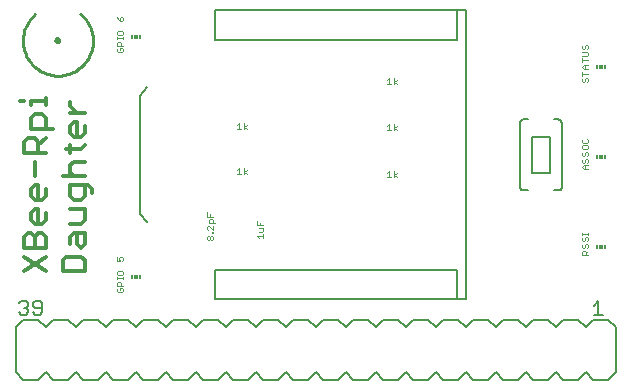
<source format=gto>
G75*
G70*
%OFA0B0*%
%FSLAX24Y24*%
%IPPOS*%
%LPD*%
%AMOC8*
5,1,8,0,0,1.08239X$1,22.5*
%
%ADD10C,0.0100*%
%ADD11C,0.0120*%
%ADD12C,0.0040*%
%ADD13C,0.0130*%
%ADD14C,0.0080*%
%ADD15C,0.0060*%
%ADD16C,0.0050*%
%ADD17R,0.0059X0.0118*%
%ADD18R,0.0118X0.0118*%
D10*
X001250Y013117D02*
X001200Y013072D01*
X001152Y013025D01*
X001108Y012975D01*
X001066Y012922D01*
X001027Y012868D01*
X000992Y012811D01*
X000960Y012752D01*
X000931Y012691D01*
X000906Y012629D01*
X000884Y012565D01*
X000867Y012501D01*
X000852Y012435D01*
X000842Y012369D01*
X000836Y012302D01*
X000833Y012235D01*
X000834Y012168D01*
X000839Y012101D01*
X000848Y012035D01*
X000861Y011969D01*
X000878Y011904D01*
X000898Y011840D01*
X000922Y011777D01*
X000949Y011716D01*
X000980Y011656D01*
X001014Y011598D01*
X001052Y011543D01*
X001092Y011490D01*
X001136Y011439D01*
X001182Y011390D01*
X001232Y011345D01*
X001283Y011302D01*
X001338Y011262D01*
X001394Y011226D01*
X001452Y011193D01*
X001512Y011163D01*
X001574Y011137D01*
X001637Y011114D01*
X001701Y011095D01*
X001767Y011080D01*
X001833Y011068D01*
X001899Y011060D01*
X001966Y011056D01*
X002034Y011056D01*
X002101Y011060D01*
X002167Y011068D01*
X002233Y011080D01*
X002299Y011095D01*
X002363Y011114D01*
X002426Y011137D01*
X002488Y011163D01*
X002548Y011193D01*
X002606Y011226D01*
X002662Y011262D01*
X002717Y011302D01*
X002768Y011345D01*
X002818Y011390D01*
X002864Y011439D01*
X002908Y011490D01*
X002948Y011543D01*
X002986Y011598D01*
X003020Y011656D01*
X003051Y011716D01*
X003078Y011777D01*
X003102Y011840D01*
X003122Y011904D01*
X003139Y011969D01*
X003152Y012035D01*
X003161Y012101D01*
X003166Y012168D01*
X003167Y012235D01*
X003164Y012302D01*
X003158Y012369D01*
X003148Y012435D01*
X003133Y012501D01*
X003116Y012565D01*
X003094Y012629D01*
X003069Y012691D01*
X003040Y012752D01*
X003008Y012811D01*
X002973Y012868D01*
X002934Y012922D01*
X002892Y012975D01*
X002848Y013025D01*
X002800Y013072D01*
X002750Y013117D01*
D11*
X001950Y012217D02*
X001952Y012230D01*
X001957Y012243D01*
X001966Y012254D01*
X001977Y012261D01*
X001990Y012266D01*
X002003Y012267D01*
X002017Y012264D01*
X002029Y012258D01*
X002039Y012249D01*
X002046Y012237D01*
X002050Y012224D01*
X002050Y012210D01*
X002046Y012197D01*
X002039Y012185D01*
X002029Y012176D01*
X002017Y012170D01*
X002003Y012167D01*
X001990Y012168D01*
X001977Y012173D01*
X001966Y012180D01*
X001957Y012191D01*
X001952Y012204D01*
X001950Y012217D01*
D12*
X003980Y012158D02*
X003980Y012058D01*
X004180Y012058D01*
X004113Y012058D02*
X004113Y012158D01*
X004080Y012191D01*
X004013Y012191D01*
X003980Y012158D01*
X003980Y012279D02*
X003980Y012345D01*
X003980Y012312D02*
X004180Y012312D01*
X004180Y012279D02*
X004180Y012345D01*
X004147Y012426D02*
X004180Y012459D01*
X004180Y012526D01*
X004147Y012559D01*
X004013Y012559D01*
X003980Y012526D01*
X003980Y012459D01*
X004013Y012426D01*
X004147Y012426D01*
X004147Y012868D02*
X004180Y012901D01*
X004180Y012968D01*
X004147Y013001D01*
X004113Y013001D01*
X004080Y012968D01*
X004080Y012868D01*
X004147Y012868D01*
X004080Y012868D02*
X004013Y012935D01*
X003980Y013001D01*
X004013Y011970D02*
X003980Y011937D01*
X003980Y011870D01*
X004013Y011837D01*
X004147Y011837D01*
X004180Y011870D01*
X004180Y011937D01*
X004147Y011970D01*
X004080Y011970D01*
X004080Y011903D01*
X007970Y009420D02*
X008037Y009487D01*
X008037Y009287D01*
X008103Y009287D02*
X007970Y009287D01*
X008191Y009287D02*
X008191Y009487D01*
X008291Y009420D02*
X008191Y009353D01*
X008291Y009287D01*
X008191Y007987D02*
X008191Y007787D01*
X008191Y007853D02*
X008291Y007920D01*
X008191Y007853D02*
X008291Y007787D01*
X008103Y007787D02*
X007970Y007787D01*
X008037Y007787D02*
X008037Y007987D01*
X007970Y007920D01*
X006980Y006494D02*
X006980Y006360D01*
X007180Y006360D01*
X007147Y006273D02*
X007180Y006239D01*
X007180Y006139D01*
X007247Y006139D02*
X007047Y006139D01*
X007047Y006239D01*
X007080Y006273D01*
X007147Y006273D01*
X007080Y006360D02*
X007080Y006427D01*
X007047Y006052D02*
X007013Y006052D01*
X006980Y006018D01*
X006980Y005952D01*
X007013Y005918D01*
X007047Y006052D02*
X007180Y005918D01*
X007180Y006052D01*
X007180Y005841D02*
X007147Y005841D01*
X007147Y005808D01*
X007180Y005808D01*
X007180Y005841D01*
X007147Y005720D02*
X007180Y005687D01*
X007180Y005620D01*
X007147Y005587D01*
X007113Y005587D01*
X007080Y005620D01*
X007080Y005687D01*
X007113Y005720D01*
X007147Y005720D01*
X007080Y005687D02*
X007047Y005720D01*
X007013Y005720D01*
X006980Y005687D01*
X006980Y005620D01*
X007013Y005587D01*
X007047Y005587D01*
X007080Y005620D01*
X008630Y005703D02*
X008830Y005703D01*
X008830Y005637D02*
X008830Y005770D01*
X008797Y005858D02*
X008830Y005891D01*
X008830Y005991D01*
X008697Y005991D01*
X008730Y006079D02*
X008730Y006145D01*
X008830Y006079D02*
X008630Y006079D01*
X008630Y006212D01*
X008697Y005858D02*
X008797Y005858D01*
X008630Y005703D02*
X008697Y005637D01*
X012970Y007687D02*
X013103Y007687D01*
X013037Y007687D02*
X013037Y007887D01*
X012970Y007820D01*
X013191Y007753D02*
X013291Y007820D01*
X013191Y007753D02*
X013291Y007687D01*
X013191Y007687D02*
X013191Y007887D01*
X013191Y009237D02*
X013191Y009437D01*
X013291Y009370D02*
X013191Y009303D01*
X013291Y009237D01*
X013103Y009237D02*
X012970Y009237D01*
X013037Y009237D02*
X013037Y009437D01*
X012970Y009370D01*
X012970Y010787D02*
X013103Y010787D01*
X013037Y010787D02*
X013037Y010987D01*
X012970Y010920D01*
X013191Y010853D02*
X013291Y010920D01*
X013191Y010853D02*
X013291Y010787D01*
X013191Y010787D02*
X013191Y010987D01*
X019480Y010937D02*
X019480Y010870D01*
X019513Y010837D01*
X019547Y010837D01*
X019580Y010870D01*
X019580Y010937D01*
X019613Y010970D01*
X019647Y010970D01*
X019680Y010937D01*
X019680Y010870D01*
X019647Y010837D01*
X019513Y010970D02*
X019480Y010937D01*
X019480Y011058D02*
X019480Y011191D01*
X019480Y011124D02*
X019680Y011124D01*
X019680Y011279D02*
X019547Y011279D01*
X019480Y011345D01*
X019547Y011412D01*
X019680Y011412D01*
X019580Y011412D02*
X019580Y011279D01*
X019480Y011500D02*
X019480Y011633D01*
X019480Y011566D02*
X019680Y011566D01*
X019647Y011721D02*
X019480Y011721D01*
X019480Y011854D02*
X019647Y011854D01*
X019680Y011821D01*
X019680Y011754D01*
X019647Y011721D01*
X019647Y011942D02*
X019680Y011975D01*
X019680Y012042D01*
X019647Y012075D01*
X019613Y012075D01*
X019580Y012042D01*
X019580Y011975D01*
X019547Y011942D01*
X019513Y011942D01*
X019480Y011975D01*
X019480Y012042D01*
X019513Y012075D01*
X019513Y008954D02*
X019480Y008921D01*
X019480Y008854D01*
X019513Y008821D01*
X019647Y008821D01*
X019680Y008854D01*
X019680Y008921D01*
X019647Y008954D01*
X019647Y008733D02*
X019513Y008733D01*
X019480Y008700D01*
X019480Y008633D01*
X019513Y008600D01*
X019647Y008600D01*
X019680Y008633D01*
X019680Y008700D01*
X019647Y008733D01*
X019647Y008512D02*
X019613Y008512D01*
X019580Y008479D01*
X019580Y008412D01*
X019547Y008379D01*
X019513Y008379D01*
X019480Y008412D01*
X019480Y008479D01*
X019513Y008512D01*
X019647Y008512D02*
X019680Y008479D01*
X019680Y008412D01*
X019647Y008379D01*
X019647Y008291D02*
X019613Y008291D01*
X019580Y008258D01*
X019580Y008191D01*
X019547Y008158D01*
X019513Y008158D01*
X019480Y008191D01*
X019480Y008258D01*
X019513Y008291D01*
X019647Y008291D02*
X019680Y008258D01*
X019680Y008191D01*
X019647Y008158D01*
X019680Y008070D02*
X019547Y008070D01*
X019480Y008003D01*
X019547Y007937D01*
X019680Y007937D01*
X019580Y007937D02*
X019580Y008070D01*
X019680Y005816D02*
X019680Y005750D01*
X019680Y005783D02*
X019480Y005783D01*
X019480Y005750D02*
X019480Y005816D01*
X019513Y005662D02*
X019480Y005629D01*
X019480Y005562D01*
X019513Y005529D01*
X019547Y005529D01*
X019580Y005562D01*
X019580Y005629D01*
X019613Y005662D01*
X019647Y005662D01*
X019680Y005629D01*
X019680Y005562D01*
X019647Y005529D01*
X019647Y005441D02*
X019613Y005441D01*
X019580Y005408D01*
X019580Y005341D01*
X019547Y005308D01*
X019513Y005308D01*
X019480Y005341D01*
X019480Y005408D01*
X019513Y005441D01*
X019647Y005441D02*
X019680Y005408D01*
X019680Y005341D01*
X019647Y005308D01*
X019680Y005220D02*
X019613Y005153D01*
X019613Y005187D02*
X019613Y005087D01*
X019680Y005087D02*
X019480Y005087D01*
X019480Y005187D01*
X019513Y005220D01*
X019580Y005220D01*
X019613Y005187D01*
X004180Y004968D02*
X004180Y004901D01*
X004147Y004868D01*
X004080Y004868D02*
X004047Y004935D01*
X004047Y004968D01*
X004080Y005001D01*
X004147Y005001D01*
X004180Y004968D01*
X004080Y004868D02*
X003980Y004868D01*
X003980Y005001D01*
X004013Y004559D02*
X003980Y004526D01*
X003980Y004459D01*
X004013Y004426D01*
X004147Y004426D01*
X004180Y004459D01*
X004180Y004526D01*
X004147Y004559D01*
X004013Y004559D01*
X003980Y004345D02*
X003980Y004279D01*
X003980Y004312D02*
X004180Y004312D01*
X004180Y004279D02*
X004180Y004345D01*
X004080Y004191D02*
X004113Y004158D01*
X004113Y004058D01*
X004180Y004058D02*
X003980Y004058D01*
X003980Y004158D01*
X004013Y004191D01*
X004080Y004191D01*
X004080Y003970D02*
X004080Y003903D01*
X004080Y003970D02*
X004147Y003970D01*
X004180Y003937D01*
X004180Y003870D01*
X004147Y003837D01*
X004013Y003837D01*
X003980Y003870D01*
X003980Y003937D01*
X004013Y003970D01*
D13*
X002885Y004532D02*
X002885Y004897D01*
X002763Y005019D01*
X002276Y005019D01*
X002154Y004897D01*
X002154Y004532D01*
X002885Y004532D01*
X002763Y005324D02*
X002641Y005445D01*
X002641Y005811D01*
X002520Y005811D02*
X002885Y005811D01*
X002885Y005445D01*
X002763Y005324D01*
X002398Y005445D02*
X002398Y005689D01*
X002520Y005811D01*
X002398Y006115D02*
X002763Y006115D01*
X002885Y006237D01*
X002885Y006603D01*
X002398Y006603D01*
X002520Y006907D02*
X002763Y006907D01*
X002885Y007029D01*
X002885Y007394D01*
X003007Y007394D02*
X003129Y007273D01*
X003129Y007151D01*
X003007Y007394D02*
X002398Y007394D01*
X002398Y007029D01*
X002520Y006907D01*
X001595Y007029D02*
X001473Y006907D01*
X001230Y006907D01*
X001108Y007029D01*
X001108Y007273D01*
X001230Y007394D01*
X001351Y007394D01*
X001351Y006907D01*
X001595Y007029D02*
X001595Y007273D01*
X001230Y007699D02*
X001230Y008186D01*
X001351Y008491D02*
X001351Y008856D01*
X001230Y008978D01*
X000986Y008978D01*
X000864Y008856D01*
X000864Y008491D01*
X001595Y008491D01*
X001351Y008735D02*
X001595Y008978D01*
X001595Y009283D02*
X001595Y009648D01*
X001473Y009770D01*
X001230Y009770D01*
X001108Y009648D01*
X001108Y009283D01*
X001839Y009283D01*
X002398Y009384D02*
X002398Y009141D01*
X002520Y009019D01*
X002763Y009019D01*
X002885Y009141D01*
X002885Y009384D01*
X002641Y009506D02*
X002641Y009019D01*
X002398Y008735D02*
X002398Y008491D01*
X002276Y008613D02*
X002763Y008613D01*
X002885Y008735D01*
X002885Y008186D02*
X002520Y008186D01*
X002398Y008064D01*
X002398Y007821D01*
X002520Y007699D01*
X002885Y007699D02*
X002154Y007699D01*
X001351Y006603D02*
X001230Y006603D01*
X001108Y006481D01*
X001108Y006237D01*
X001230Y006115D01*
X001473Y006115D01*
X001595Y006237D01*
X001595Y006481D01*
X001351Y006603D02*
X001351Y006115D01*
X001351Y005811D02*
X001230Y005689D01*
X001230Y005324D01*
X001595Y005324D02*
X000864Y005324D01*
X000864Y005689D01*
X000986Y005811D01*
X001108Y005811D01*
X001230Y005689D01*
X001351Y005811D02*
X001473Y005811D01*
X001595Y005689D01*
X001595Y005324D01*
X001595Y005019D02*
X000864Y004532D01*
X000864Y005019D02*
X001595Y004532D01*
X002398Y009384D02*
X002520Y009506D01*
X002641Y009506D01*
X002641Y009811D02*
X002398Y010054D01*
X002398Y010176D01*
X002398Y009811D02*
X002885Y009811D01*
X001595Y010075D02*
X001595Y010318D01*
X001595Y010197D02*
X001108Y010197D01*
X001108Y010075D01*
X000864Y010197D02*
X000743Y010197D01*
D14*
X004734Y010385D02*
X004970Y010661D01*
X004734Y010385D02*
X004734Y006448D01*
X004970Y006173D01*
X007234Y004578D02*
X015305Y004578D01*
X015305Y003594D01*
X015600Y003594D01*
X015600Y013240D01*
X015305Y013240D01*
X015305Y012255D01*
X007234Y012255D01*
X007234Y013240D01*
X015305Y013240D01*
X007234Y004578D02*
X007234Y003594D01*
X015305Y003594D01*
D15*
X000850Y000917D02*
X000600Y001167D01*
X000600Y002667D01*
X000850Y002917D01*
X001350Y002917D01*
X001600Y002667D01*
X001850Y002917D01*
X002350Y002917D01*
X002600Y002667D01*
X002850Y002917D01*
X003350Y002917D01*
X003600Y002667D01*
X003850Y002917D01*
X004350Y002917D01*
X004600Y002667D01*
X004850Y002917D01*
X005350Y002917D01*
X005600Y002667D01*
X005850Y002917D01*
X006350Y002917D01*
X006600Y002667D01*
X006850Y002917D01*
X007350Y002917D01*
X007600Y002667D01*
X007850Y002917D01*
X008350Y002917D01*
X008600Y002667D01*
X008850Y002917D01*
X009350Y002917D01*
X009600Y002667D01*
X009850Y002917D01*
X010350Y002917D01*
X010600Y002667D01*
X010850Y002917D01*
X011350Y002917D01*
X011600Y002667D01*
X011850Y002917D01*
X012350Y002917D01*
X012600Y002667D01*
X012850Y002917D01*
X013350Y002917D01*
X013600Y002667D01*
X013850Y002917D01*
X014350Y002917D01*
X014600Y002667D01*
X014850Y002917D01*
X015350Y002917D01*
X015600Y002667D01*
X015850Y002917D01*
X016350Y002917D01*
X016600Y002667D01*
X016850Y002917D01*
X017350Y002917D01*
X017600Y002667D01*
X017850Y002917D01*
X018350Y002917D01*
X018600Y002667D01*
X018850Y002917D01*
X019350Y002917D01*
X019600Y002667D01*
X019850Y002917D01*
X020350Y002917D01*
X020600Y002667D01*
X020600Y001167D01*
X020350Y000917D01*
X019850Y000917D01*
X019600Y001167D01*
X019350Y000917D01*
X018850Y000917D01*
X018600Y001167D01*
X018350Y000917D01*
X017850Y000917D01*
X017600Y001167D01*
X017350Y000917D01*
X016850Y000917D01*
X016600Y001167D01*
X016350Y000917D01*
X015850Y000917D01*
X015600Y001167D01*
X015350Y000917D01*
X014850Y000917D01*
X014600Y001167D01*
X014350Y000917D01*
X013850Y000917D01*
X013600Y001167D01*
X013350Y000917D01*
X012850Y000917D01*
X012600Y001167D01*
X012350Y000917D01*
X011850Y000917D01*
X011600Y001167D01*
X011350Y000917D01*
X010850Y000917D01*
X010600Y001167D01*
X010350Y000917D01*
X009850Y000917D01*
X009600Y001167D01*
X009350Y000917D01*
X008850Y000917D01*
X008600Y001167D01*
X008350Y000917D01*
X007850Y000917D01*
X007600Y001167D01*
X007350Y000917D01*
X006850Y000917D01*
X006600Y001167D01*
X006350Y000917D01*
X005850Y000917D01*
X005600Y001167D01*
X005350Y000917D01*
X004850Y000917D01*
X004600Y001167D01*
X004350Y000917D01*
X003850Y000917D01*
X003600Y001167D01*
X003350Y000917D01*
X002850Y000917D01*
X002600Y001167D01*
X002350Y000917D01*
X001850Y000917D01*
X001600Y001167D01*
X001350Y000917D01*
X000850Y000917D01*
D16*
X000779Y003092D02*
X000704Y003167D01*
X000779Y003092D02*
X000929Y003092D01*
X001004Y003167D01*
X001004Y003242D01*
X000929Y003317D01*
X000854Y003317D01*
X000929Y003317D02*
X001004Y003392D01*
X001004Y003467D01*
X000929Y003542D01*
X000779Y003542D01*
X000704Y003467D01*
X001165Y003467D02*
X001165Y003392D01*
X001240Y003317D01*
X001465Y003317D01*
X001465Y003167D02*
X001465Y003467D01*
X001390Y003542D01*
X001240Y003542D01*
X001165Y003467D01*
X001165Y003167D02*
X001240Y003092D01*
X001390Y003092D01*
X001465Y003167D01*
X017411Y007334D02*
X017411Y009499D01*
X017412Y009516D01*
X017417Y009533D01*
X017424Y009548D01*
X017434Y009562D01*
X017446Y009574D01*
X017460Y009584D01*
X017475Y009591D01*
X017492Y009596D01*
X017509Y009597D01*
X017509Y009598D02*
X017667Y009598D01*
X017805Y009007D02*
X018395Y009007D01*
X018395Y007826D01*
X017805Y007826D01*
X017805Y009007D01*
X018533Y009598D02*
X018691Y009598D01*
X018711Y009593D01*
X018730Y009584D01*
X018747Y009573D01*
X018762Y009558D01*
X018774Y009541D01*
X018783Y009522D01*
X018789Y009502D01*
X018791Y009481D01*
X018789Y009460D01*
X018789Y007334D01*
X018788Y007317D01*
X018783Y007300D01*
X018776Y007285D01*
X018766Y007271D01*
X018754Y007259D01*
X018740Y007249D01*
X018725Y007242D01*
X018708Y007237D01*
X018691Y007236D01*
X018533Y007236D01*
X017667Y007236D02*
X017509Y007236D01*
X017492Y007237D01*
X017475Y007242D01*
X017460Y007249D01*
X017446Y007259D01*
X017434Y007271D01*
X017424Y007285D01*
X017417Y007300D01*
X017412Y007317D01*
X017411Y007334D01*
X020015Y003542D02*
X020015Y003092D01*
X019865Y003092D02*
X020165Y003092D01*
X019865Y003392D02*
X020015Y003542D01*
D17*
X019952Y005358D03*
X020248Y005358D03*
X020248Y008358D03*
X019952Y008358D03*
X019952Y011358D03*
X020248Y011358D03*
X004748Y012358D03*
X004452Y012358D03*
X004452Y004358D03*
X004748Y004358D03*
D18*
X004600Y004358D03*
X004600Y012358D03*
X020100Y011358D03*
X020100Y008358D03*
X020100Y005358D03*
M02*

</source>
